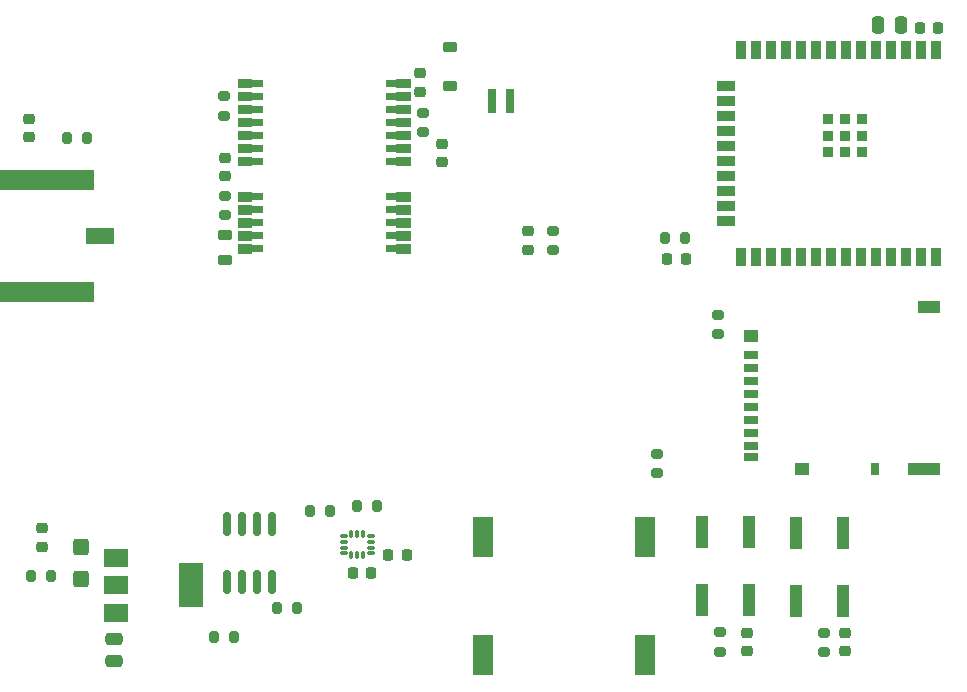
<source format=gbr>
%TF.GenerationSoftware,KiCad,Pcbnew,7.0.2-0*%
%TF.CreationDate,2023-08-11T14:32:49-04:00*%
%TF.ProjectId,data_logger,64617461-5f6c-46f6-9767-65722e6b6963,rev?*%
%TF.SameCoordinates,Original*%
%TF.FileFunction,Paste,Top*%
%TF.FilePolarity,Positive*%
%FSLAX46Y46*%
G04 Gerber Fmt 4.6, Leading zero omitted, Abs format (unit mm)*
G04 Created by KiCad (PCBNEW 7.0.2-0) date 2023-08-11 14:32:49*
%MOMM*%
%LPD*%
G01*
G04 APERTURE LIST*
G04 Aperture macros list*
%AMRoundRect*
0 Rectangle with rounded corners*
0 $1 Rounding radius*
0 $2 $3 $4 $5 $6 $7 $8 $9 X,Y pos of 4 corners*
0 Add a 4 corners polygon primitive as box body*
4,1,4,$2,$3,$4,$5,$6,$7,$8,$9,$2,$3,0*
0 Add four circle primitives for the rounded corners*
1,1,$1+$1,$2,$3*
1,1,$1+$1,$4,$5*
1,1,$1+$1,$6,$7*
1,1,$1+$1,$8,$9*
0 Add four rect primitives between the rounded corners*
20,1,$1+$1,$2,$3,$4,$5,0*
20,1,$1+$1,$4,$5,$6,$7,0*
20,1,$1+$1,$6,$7,$8,$9,0*
20,1,$1+$1,$8,$9,$2,$3,0*%
%AMFreePoly0*
4,1,5,0.881000,-3.981000,-0.881000,-3.981000,-0.881000,3.981000,0.881000,3.981000,0.881000,-3.981000,0.881000,-3.981000,$1*%
G04 Aperture macros list end*
%ADD10RoundRect,0.200000X0.275000X-0.200000X0.275000X0.200000X-0.275000X0.200000X-0.275000X-0.200000X0*%
%ADD11R,1.000000X2.750000*%
%ADD12RoundRect,0.218750X-0.381250X0.218750X-0.381250X-0.218750X0.381250X-0.218750X0.381250X0.218750X0*%
%ADD13RoundRect,0.250000X-0.475000X0.250000X-0.475000X-0.250000X0.475000X-0.250000X0.475000X0.250000X0*%
%ADD14RoundRect,0.200000X-0.275000X0.200000X-0.275000X-0.200000X0.275000X-0.200000X0.275000X0.200000X0*%
%ADD15RoundRect,0.218750X-0.256250X0.218750X-0.256250X-0.218750X0.256250X-0.218750X0.256250X0.218750X0*%
%ADD16RoundRect,0.225000X-0.225000X-0.250000X0.225000X-0.250000X0.225000X0.250000X-0.225000X0.250000X0*%
%ADD17RoundRect,0.150000X-0.150000X0.825000X-0.150000X-0.825000X0.150000X-0.825000X0.150000X0.825000X0*%
%ADD18RoundRect,0.225000X-0.250000X0.225000X-0.250000X-0.225000X0.250000X-0.225000X0.250000X0.225000X0*%
%ADD19R,1.800000X3.500000*%
%ADD20R,0.900000X1.500000*%
%ADD21R,1.500000X0.900000*%
%ADD22R,0.900000X0.900000*%
%ADD23R,0.800000X2.000000*%
%ADD24RoundRect,0.250000X0.425000X-0.450000X0.425000X0.450000X-0.425000X0.450000X-0.425000X-0.450000X0*%
%ADD25RoundRect,0.218750X0.256250X-0.218750X0.256250X0.218750X-0.256250X0.218750X-0.256250X-0.218750X0*%
%ADD26RoundRect,0.225000X-0.375000X0.225000X-0.375000X-0.225000X0.375000X-0.225000X0.375000X0.225000X0*%
%ADD27R,2.000000X1.500000*%
%ADD28R,2.000000X3.800000*%
%ADD29RoundRect,0.200000X-0.200000X-0.275000X0.200000X-0.275000X0.200000X0.275000X-0.200000X0.275000X0*%
%ADD30R,1.200000X0.800000*%
%ADD31R,1.200000X0.700000*%
%ADD32R,1.200000X1.000000*%
%ADD33R,0.800000X1.000000*%
%ADD34R,2.800000X1.000000*%
%ADD35R,1.900000X1.000000*%
%ADD36RoundRect,0.225000X0.250000X-0.225000X0.250000X0.225000X-0.250000X0.225000X-0.250000X-0.225000X0*%
%ADD37RoundRect,0.200000X0.200000X0.275000X-0.200000X0.275000X-0.200000X-0.275000X0.200000X-0.275000X0*%
%ADD38RoundRect,0.087500X-0.225000X-0.087500X0.225000X-0.087500X0.225000X0.087500X-0.225000X0.087500X0*%
%ADD39RoundRect,0.087500X-0.087500X-0.225000X0.087500X-0.225000X0.087500X0.225000X-0.087500X0.225000X0*%
%ADD40FreePoly0,270.000000*%
%ADD41R,2.481000X1.462000*%
%ADD42RoundRect,0.250000X-0.250000X-0.475000X0.250000X-0.475000X0.250000X0.475000X-0.250000X0.475000X0*%
%ADD43RoundRect,0.218750X-0.218750X-0.256250X0.218750X-0.256250X0.218750X0.256250X-0.218750X0.256250X0*%
G04 APERTURE END LIST*
%TO.C,U3*%
G36*
X51756200Y-35839400D02*
G01*
X50556200Y-35839400D01*
X50556200Y-35039400D01*
X51756200Y-35039400D01*
X51756200Y-35839400D01*
G37*
G36*
X51756200Y-34739400D02*
G01*
X50556200Y-34739400D01*
X50556200Y-33939400D01*
X51756200Y-33939400D01*
X51756200Y-34739400D01*
G37*
G36*
X51756200Y-33639400D02*
G01*
X50556200Y-33639400D01*
X50556200Y-32839400D01*
X51756200Y-32839400D01*
X51756200Y-33639400D01*
G37*
G36*
X51756200Y-32539400D02*
G01*
X50556200Y-32539400D01*
X50556200Y-31739400D01*
X51756200Y-31739400D01*
X51756200Y-32539400D01*
G37*
G36*
X51756200Y-31439400D02*
G01*
X50556200Y-31439400D01*
X50556200Y-30639400D01*
X51756200Y-30639400D01*
X51756200Y-31439400D01*
G37*
G36*
X51756200Y-28439400D02*
G01*
X50556200Y-28439400D01*
X50556200Y-27639400D01*
X51756200Y-27639400D01*
X51756200Y-28439400D01*
G37*
G36*
X51756200Y-27339400D02*
G01*
X50556200Y-27339400D01*
X50556200Y-26539400D01*
X51756200Y-26539400D01*
X51756200Y-27339400D01*
G37*
G36*
X51756200Y-26239400D02*
G01*
X50556200Y-26239400D01*
X50556200Y-25439400D01*
X51756200Y-25439400D01*
X51756200Y-26239400D01*
G37*
G36*
X51756200Y-25139400D02*
G01*
X50556200Y-25139400D01*
X50556200Y-24339400D01*
X51756200Y-24339400D01*
X51756200Y-25139400D01*
G37*
G36*
X51756200Y-24039400D02*
G01*
X50556200Y-24039400D01*
X50556200Y-23239400D01*
X51756200Y-23239400D01*
X51756200Y-24039400D01*
G37*
G36*
X51756200Y-22939400D02*
G01*
X50556200Y-22939400D01*
X50556200Y-22139400D01*
X51756200Y-22139400D01*
X51756200Y-22939400D01*
G37*
G36*
X51756200Y-21839400D02*
G01*
X50556200Y-21839400D01*
X50556200Y-21039400D01*
X51756200Y-21039400D01*
X51756200Y-21839400D01*
G37*
G36*
X50556200Y-35739400D02*
G01*
X49656200Y-35739400D01*
X49656200Y-35139400D01*
X50556200Y-35139400D01*
X50556200Y-35739400D01*
G37*
G36*
X50556200Y-34639400D02*
G01*
X49656200Y-34639400D01*
X49656200Y-34039400D01*
X50556200Y-34039400D01*
X50556200Y-34639400D01*
G37*
G36*
X50556200Y-33539400D02*
G01*
X49656200Y-33539400D01*
X49656200Y-32939400D01*
X50556200Y-32939400D01*
X50556200Y-33539400D01*
G37*
G36*
X50556200Y-32439400D02*
G01*
X49656200Y-32439400D01*
X49656200Y-31839400D01*
X50556200Y-31839400D01*
X50556200Y-32439400D01*
G37*
G36*
X50556200Y-31339400D02*
G01*
X49656200Y-31339400D01*
X49656200Y-30739400D01*
X50556200Y-30739400D01*
X50556200Y-31339400D01*
G37*
G36*
X50556200Y-28339400D02*
G01*
X49656200Y-28339400D01*
X49656200Y-27739400D01*
X50556200Y-27739400D01*
X50556200Y-28339400D01*
G37*
G36*
X50556200Y-27239400D02*
G01*
X49656200Y-27239400D01*
X49656200Y-26639400D01*
X50556200Y-26639400D01*
X50556200Y-27239400D01*
G37*
G36*
X50556200Y-26139400D02*
G01*
X49656200Y-26139400D01*
X49656200Y-25539400D01*
X50556200Y-25539400D01*
X50556200Y-26139400D01*
G37*
G36*
X50556200Y-25039400D02*
G01*
X49656200Y-25039400D01*
X49656200Y-24439400D01*
X50556200Y-24439400D01*
X50556200Y-25039400D01*
G37*
G36*
X50556200Y-23939400D02*
G01*
X49656200Y-23939400D01*
X49656200Y-23339400D01*
X50556200Y-23339400D01*
X50556200Y-23939400D01*
G37*
G36*
X50556200Y-22839400D02*
G01*
X49656200Y-22839400D01*
X49656200Y-22239400D01*
X50556200Y-22239400D01*
X50556200Y-22839400D01*
G37*
G36*
X50556200Y-21739400D02*
G01*
X49656200Y-21739400D01*
X49656200Y-21139400D01*
X50556200Y-21139400D01*
X50556200Y-21739400D01*
G37*
G36*
X39256200Y-35739400D02*
G01*
X38356200Y-35739400D01*
X38356200Y-35139400D01*
X39256200Y-35139400D01*
X39256200Y-35739400D01*
G37*
G36*
X39256200Y-34639400D02*
G01*
X38356200Y-34639400D01*
X38356200Y-34039400D01*
X39256200Y-34039400D01*
X39256200Y-34639400D01*
G37*
G36*
X39256200Y-33539400D02*
G01*
X38356200Y-33539400D01*
X38356200Y-32939400D01*
X39256200Y-32939400D01*
X39256200Y-33539400D01*
G37*
G36*
X39256200Y-32439400D02*
G01*
X38356200Y-32439400D01*
X38356200Y-31839400D01*
X39256200Y-31839400D01*
X39256200Y-32439400D01*
G37*
G36*
X39256200Y-31339400D02*
G01*
X38356200Y-31339400D01*
X38356200Y-30739400D01*
X39256200Y-30739400D01*
X39256200Y-31339400D01*
G37*
G36*
X39256200Y-28339400D02*
G01*
X38356200Y-28339400D01*
X38356200Y-27739400D01*
X39256200Y-27739400D01*
X39256200Y-28339400D01*
G37*
G36*
X39256200Y-27239400D02*
G01*
X38356200Y-27239400D01*
X38356200Y-26639400D01*
X39256200Y-26639400D01*
X39256200Y-27239400D01*
G37*
G36*
X39256200Y-26139400D02*
G01*
X38356200Y-26139400D01*
X38356200Y-25539400D01*
X39256200Y-25539400D01*
X39256200Y-26139400D01*
G37*
G36*
X39256200Y-25039400D02*
G01*
X38356200Y-25039400D01*
X38356200Y-24439400D01*
X39256200Y-24439400D01*
X39256200Y-25039400D01*
G37*
G36*
X39256200Y-23939400D02*
G01*
X38356200Y-23939400D01*
X38356200Y-23339400D01*
X39256200Y-23339400D01*
X39256200Y-23939400D01*
G37*
G36*
X39256200Y-22839400D02*
G01*
X38356200Y-22839400D01*
X38356200Y-22239400D01*
X39256200Y-22239400D01*
X39256200Y-22839400D01*
G37*
G36*
X39256200Y-21739400D02*
G01*
X38356200Y-21739400D01*
X38356200Y-21139400D01*
X39256200Y-21139400D01*
X39256200Y-21739400D01*
G37*
G36*
X38356200Y-35839400D02*
G01*
X37156200Y-35839400D01*
X37156200Y-35039400D01*
X38356200Y-35039400D01*
X38356200Y-35839400D01*
G37*
G36*
X38356200Y-34739400D02*
G01*
X37156200Y-34739400D01*
X37156200Y-33939400D01*
X38356200Y-33939400D01*
X38356200Y-34739400D01*
G37*
G36*
X38356200Y-33639400D02*
G01*
X37156200Y-33639400D01*
X37156200Y-32839400D01*
X38356200Y-32839400D01*
X38356200Y-33639400D01*
G37*
G36*
X38356200Y-32539400D02*
G01*
X37156200Y-32539400D01*
X37156200Y-31739400D01*
X38356200Y-31739400D01*
X38356200Y-32539400D01*
G37*
G36*
X38356200Y-31439400D02*
G01*
X37156200Y-31439400D01*
X37156200Y-30639400D01*
X38356200Y-30639400D01*
X38356200Y-31439400D01*
G37*
G36*
X38356200Y-28439400D02*
G01*
X37156200Y-28439400D01*
X37156200Y-27639400D01*
X38356200Y-27639400D01*
X38356200Y-28439400D01*
G37*
G36*
X38356200Y-27339400D02*
G01*
X37156200Y-27339400D01*
X37156200Y-26539400D01*
X38356200Y-26539400D01*
X38356200Y-27339400D01*
G37*
G36*
X38356200Y-26239400D02*
G01*
X37156200Y-26239400D01*
X37156200Y-25439400D01*
X38356200Y-25439400D01*
X38356200Y-26239400D01*
G37*
G36*
X38356200Y-25139400D02*
G01*
X37156200Y-25139400D01*
X37156200Y-24339400D01*
X38356200Y-24339400D01*
X38356200Y-25139400D01*
G37*
G36*
X38356200Y-24039400D02*
G01*
X37156200Y-24039400D01*
X37156200Y-23239400D01*
X38356200Y-23239400D01*
X38356200Y-24039400D01*
G37*
G36*
X38356200Y-22939400D02*
G01*
X37156200Y-22939400D01*
X37156200Y-22139400D01*
X38356200Y-22139400D01*
X38356200Y-22939400D01*
G37*
G36*
X38356200Y-21839400D02*
G01*
X37156200Y-21839400D01*
X37156200Y-21039400D01*
X38356200Y-21039400D01*
X38356200Y-21839400D01*
G37*
%TD*%
D10*
%TO.C,R3*%
X52781800Y-25563200D03*
X52781800Y-23913200D03*
%TD*%
D11*
%TO.C,S2*%
X76398200Y-65202200D03*
X76398200Y-59442200D03*
X80398200Y-65202200D03*
X80398200Y-59442200D03*
%TD*%
D12*
%TO.C,L1*%
X36081200Y-34281400D03*
X36081200Y-36406400D03*
%TD*%
D10*
%TO.C,R10*%
X86792400Y-69582400D03*
X86792400Y-67932400D03*
%TD*%
D13*
%TO.C,C4*%
X26670600Y-68441400D03*
X26670600Y-70341400D03*
%TD*%
D14*
%TO.C,R7*%
X35967000Y-22541600D03*
X35967000Y-24191600D03*
%TD*%
D15*
%TO.C,D3*%
X61671800Y-33932800D03*
X61671800Y-35507800D03*
%TD*%
D10*
%TO.C,R11*%
X77953200Y-69570200D03*
X77953200Y-67920200D03*
%TD*%
D16*
%TO.C,C7*%
X94907400Y-16711800D03*
X96457400Y-16711800D03*
%TD*%
D17*
%TO.C,U1*%
X40038600Y-58725400D03*
X38768600Y-58725400D03*
X37498600Y-58725400D03*
X36228600Y-58725400D03*
X36228600Y-63675400D03*
X37498600Y-63675400D03*
X38768600Y-63675400D03*
X40038600Y-63675400D03*
%TD*%
D18*
%TO.C,C13*%
X80239200Y-67983200D03*
X80239200Y-69533200D03*
%TD*%
D19*
%TO.C,LS1*%
X71620600Y-59819400D03*
X57920600Y-59819400D03*
X57920600Y-69819400D03*
X71620600Y-69819400D03*
%TD*%
D20*
%TO.C,U7*%
X96266600Y-18616800D03*
X94996600Y-18616800D03*
X93726600Y-18616800D03*
X92456600Y-18616800D03*
X91186600Y-18616800D03*
X89916600Y-18616800D03*
X88646600Y-18616800D03*
X87376600Y-18616800D03*
X86106600Y-18616800D03*
X84836600Y-18616800D03*
X83566600Y-18616800D03*
X82296600Y-18616800D03*
X81026600Y-18616800D03*
X79756600Y-18616800D03*
D21*
X78506600Y-21656800D03*
X78506600Y-22926800D03*
X78506600Y-24196800D03*
X78506600Y-25466800D03*
X78506600Y-26736800D03*
X78506600Y-28006800D03*
X78506600Y-29276800D03*
X78506600Y-30546800D03*
X78506600Y-31816800D03*
X78506600Y-33086800D03*
D20*
X79756600Y-36116800D03*
X81026600Y-36116800D03*
X82296600Y-36116800D03*
X83566600Y-36116800D03*
X84836600Y-36116800D03*
X86106600Y-36116800D03*
X87376600Y-36116800D03*
X88646600Y-36116800D03*
X89916600Y-36116800D03*
X91186600Y-36116800D03*
X92456600Y-36116800D03*
X93726600Y-36116800D03*
X94996600Y-36116800D03*
X96266600Y-36116800D03*
D22*
X89946600Y-24466800D03*
X88546600Y-24466800D03*
X87146600Y-24466800D03*
X89946600Y-25866800D03*
X88546600Y-25866800D03*
X87146600Y-25866800D03*
X89946600Y-27266800D03*
X88546600Y-27266800D03*
X87146600Y-27266800D03*
%TD*%
D23*
%TO.C,BT1*%
X58698600Y-22909400D03*
X60198600Y-22909400D03*
%TD*%
D24*
%TO.C,C10*%
X23876600Y-63375400D03*
X23876600Y-60675400D03*
%TD*%
D25*
%TO.C,D1*%
X19425000Y-26000000D03*
X19425000Y-24425000D03*
%TD*%
D26*
%TO.C,D2*%
X55118600Y-18339400D03*
X55118600Y-21639400D03*
%TD*%
D11*
%TO.C,S1*%
X84380400Y-65278400D03*
X84380400Y-59518400D03*
X88380400Y-65278400D03*
X88380400Y-59518400D03*
%TD*%
D14*
%TO.C,R13*%
X72593800Y-52779800D03*
X72593800Y-54429800D03*
%TD*%
D27*
%TO.C,U4*%
X26830600Y-61647400D03*
X26830600Y-63947400D03*
D28*
X33130600Y-63947400D03*
D27*
X26830600Y-66247400D03*
%TD*%
D29*
%TO.C,R2*%
X40470400Y-65869000D03*
X42120400Y-65869000D03*
%TD*%
D10*
%TO.C,R6*%
X36081200Y-32606400D03*
X36081200Y-30956400D03*
%TD*%
D18*
%TO.C,C12*%
X88570400Y-67982400D03*
X88570400Y-69532400D03*
%TD*%
D29*
%TO.C,R8*%
X43252200Y-57614000D03*
X44902200Y-57614000D03*
%TD*%
D30*
%TO.C,J7*%
X80596500Y-44400000D03*
X80596500Y-45500000D03*
X80596500Y-46600000D03*
X80596500Y-47700000D03*
X80596500Y-48800000D03*
X80596500Y-49900000D03*
X80596500Y-51010000D03*
D31*
X80596500Y-52100000D03*
X80596500Y-53050000D03*
D32*
X84896500Y-54050000D03*
D33*
X91096500Y-54050000D03*
D34*
X95246500Y-54050000D03*
D35*
X95696500Y-40350000D03*
D32*
X80596500Y-42850000D03*
%TD*%
D36*
%TO.C,C1*%
X54458200Y-28104000D03*
X54458200Y-26554000D03*
%TD*%
D14*
%TO.C,R4*%
X63805400Y-33908600D03*
X63805400Y-35558600D03*
%TD*%
D18*
%TO.C,C2*%
X36081200Y-27754400D03*
X36081200Y-29304400D03*
%TD*%
D37*
%TO.C,R1*%
X24355000Y-26055000D03*
X22705000Y-26055000D03*
%TD*%
D25*
%TO.C,D4*%
X20550000Y-60662500D03*
X20550000Y-59087500D03*
%TD*%
D10*
%TO.C,R14*%
X77750000Y-42675000D03*
X77750000Y-41025000D03*
%TD*%
D37*
%TO.C,R9*%
X48902200Y-57207600D03*
X47252200Y-57207600D03*
%TD*%
D38*
%TO.C,U2*%
X46087500Y-59737500D03*
X46087500Y-60237500D03*
X46087500Y-60737500D03*
X46087500Y-61237500D03*
D39*
X46750000Y-61400000D03*
X47250000Y-61400000D03*
X47750000Y-61400000D03*
D38*
X48412500Y-61237500D03*
X48412500Y-60737500D03*
X48412500Y-60237500D03*
X48412500Y-59737500D03*
D39*
X47750000Y-59575000D03*
X47250000Y-59575000D03*
X46750000Y-59575000D03*
%TD*%
D37*
%TO.C,R12*%
X74968200Y-34517200D03*
X73318200Y-34517200D03*
%TD*%
%TO.C,R15*%
X21300000Y-63175000D03*
X19650000Y-63175000D03*
%TD*%
D18*
%TO.C,C3*%
X52578600Y-20597400D03*
X52578600Y-22147400D03*
%TD*%
D40*
%TO.C,ANT1*%
X21020000Y-39100000D03*
X21020000Y-29600000D03*
D41*
X25479500Y-34350000D03*
%TD*%
D42*
%TO.C,C8*%
X91379600Y-16483200D03*
X93279600Y-16483200D03*
%TD*%
D29*
%TO.C,R5*%
X35149600Y-68312400D03*
X36799600Y-68312400D03*
%TD*%
D16*
%TO.C,C14*%
X46900000Y-62850000D03*
X48450000Y-62850000D03*
%TD*%
%TO.C,C11*%
X49875000Y-61400000D03*
X51425000Y-61400000D03*
%TD*%
D43*
%TO.C,D5*%
X73482700Y-36295200D03*
X75057700Y-36295200D03*
%TD*%
M02*

</source>
